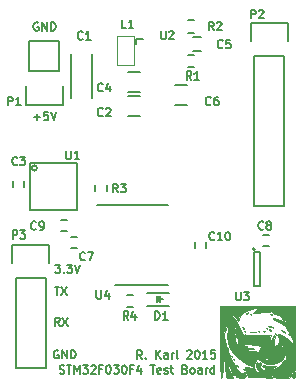
<source format=gto>
G04 #@! TF.FileFunction,Legend,Top*
%FSLAX46Y46*%
G04 Gerber Fmt 4.6, Leading zero omitted, Abs format (unit mm)*
G04 Created by KiCad (PCBNEW (after 2015-mar-04 BZR unknown)-product) date Thu 19 Nov 2015 08:04:08 PM EST*
%MOMM*%
G01*
G04 APERTURE LIST*
%ADD10C,0.100000*%
%ADD11C,0.150000*%
%ADD12C,0.002540*%
G04 APERTURE END LIST*
D10*
D11*
X138467667Y-86930667D02*
X138234333Y-86597333D01*
X138067667Y-86930667D02*
X138067667Y-86230667D01*
X138334333Y-86230667D01*
X138401000Y-86264000D01*
X138434333Y-86297333D01*
X138467667Y-86364000D01*
X138467667Y-86464000D01*
X138434333Y-86530667D01*
X138401000Y-86564000D01*
X138334333Y-86597333D01*
X138067667Y-86597333D01*
X138767667Y-86864000D02*
X138801000Y-86897333D01*
X138767667Y-86930667D01*
X138734333Y-86897333D01*
X138767667Y-86864000D01*
X138767667Y-86930667D01*
X139634333Y-86930667D02*
X139634333Y-86230667D01*
X140034333Y-86930667D02*
X139734333Y-86530667D01*
X140034333Y-86230667D02*
X139634333Y-86630667D01*
X140634333Y-86930667D02*
X140634333Y-86564000D01*
X140600999Y-86497333D01*
X140534333Y-86464000D01*
X140400999Y-86464000D01*
X140334333Y-86497333D01*
X140634333Y-86897333D02*
X140567666Y-86930667D01*
X140400999Y-86930667D01*
X140334333Y-86897333D01*
X140300999Y-86830667D01*
X140300999Y-86764000D01*
X140334333Y-86697333D01*
X140400999Y-86664000D01*
X140567666Y-86664000D01*
X140634333Y-86630667D01*
X140967666Y-86930667D02*
X140967666Y-86464000D01*
X140967666Y-86597333D02*
X141000999Y-86530667D01*
X141034332Y-86497333D01*
X141100999Y-86464000D01*
X141167666Y-86464000D01*
X141500999Y-86930667D02*
X141434332Y-86897333D01*
X141400999Y-86830667D01*
X141400999Y-86230667D01*
X142267665Y-86297333D02*
X142300999Y-86264000D01*
X142367665Y-86230667D01*
X142534332Y-86230667D01*
X142600999Y-86264000D01*
X142634332Y-86297333D01*
X142667665Y-86364000D01*
X142667665Y-86430667D01*
X142634332Y-86530667D01*
X142234332Y-86930667D01*
X142667665Y-86930667D01*
X143100999Y-86230667D02*
X143167666Y-86230667D01*
X143234332Y-86264000D01*
X143267666Y-86297333D01*
X143300999Y-86364000D01*
X143334332Y-86497333D01*
X143334332Y-86664000D01*
X143300999Y-86797333D01*
X143267666Y-86864000D01*
X143234332Y-86897333D01*
X143167666Y-86930667D01*
X143100999Y-86930667D01*
X143034332Y-86897333D01*
X143000999Y-86864000D01*
X142967666Y-86797333D01*
X142934332Y-86664000D01*
X142934332Y-86497333D01*
X142967666Y-86364000D01*
X143000999Y-86297333D01*
X143034332Y-86264000D01*
X143100999Y-86230667D01*
X144000999Y-86930667D02*
X143600999Y-86930667D01*
X143800999Y-86930667D02*
X143800999Y-86230667D01*
X143734333Y-86330667D01*
X143667666Y-86397333D01*
X143600999Y-86430667D01*
X144634333Y-86230667D02*
X144301000Y-86230667D01*
X144267666Y-86564000D01*
X144301000Y-86530667D01*
X144367666Y-86497333D01*
X144534333Y-86497333D01*
X144601000Y-86530667D01*
X144634333Y-86564000D01*
X144667666Y-86630667D01*
X144667666Y-86797333D01*
X144634333Y-86864000D01*
X144601000Y-86897333D01*
X144534333Y-86930667D01*
X144367666Y-86930667D01*
X144301000Y-86897333D01*
X144267666Y-86864000D01*
X131482333Y-88167333D02*
X131582333Y-88200667D01*
X131749000Y-88200667D01*
X131815667Y-88167333D01*
X131849000Y-88134000D01*
X131882333Y-88067333D01*
X131882333Y-88000667D01*
X131849000Y-87934000D01*
X131815667Y-87900667D01*
X131749000Y-87867333D01*
X131615667Y-87834000D01*
X131549000Y-87800667D01*
X131515667Y-87767333D01*
X131482333Y-87700667D01*
X131482333Y-87634000D01*
X131515667Y-87567333D01*
X131549000Y-87534000D01*
X131615667Y-87500667D01*
X131782333Y-87500667D01*
X131882333Y-87534000D01*
X132082334Y-87500667D02*
X132482334Y-87500667D01*
X132282334Y-88200667D02*
X132282334Y-87500667D01*
X132715667Y-88200667D02*
X132715667Y-87500667D01*
X132949000Y-88000667D01*
X133182333Y-87500667D01*
X133182333Y-88200667D01*
X133449000Y-87500667D02*
X133882333Y-87500667D01*
X133649000Y-87767333D01*
X133749000Y-87767333D01*
X133815667Y-87800667D01*
X133849000Y-87834000D01*
X133882333Y-87900667D01*
X133882333Y-88067333D01*
X133849000Y-88134000D01*
X133815667Y-88167333D01*
X133749000Y-88200667D01*
X133549000Y-88200667D01*
X133482333Y-88167333D01*
X133449000Y-88134000D01*
X134149000Y-87567333D02*
X134182334Y-87534000D01*
X134249000Y-87500667D01*
X134415667Y-87500667D01*
X134482334Y-87534000D01*
X134515667Y-87567333D01*
X134549000Y-87634000D01*
X134549000Y-87700667D01*
X134515667Y-87800667D01*
X134115667Y-88200667D01*
X134549000Y-88200667D01*
X135082334Y-87834000D02*
X134849001Y-87834000D01*
X134849001Y-88200667D02*
X134849001Y-87500667D01*
X135182334Y-87500667D01*
X135582334Y-87500667D02*
X135649001Y-87500667D01*
X135715667Y-87534000D01*
X135749001Y-87567333D01*
X135782334Y-87634000D01*
X135815667Y-87767333D01*
X135815667Y-87934000D01*
X135782334Y-88067333D01*
X135749001Y-88134000D01*
X135715667Y-88167333D01*
X135649001Y-88200667D01*
X135582334Y-88200667D01*
X135515667Y-88167333D01*
X135482334Y-88134000D01*
X135449001Y-88067333D01*
X135415667Y-87934000D01*
X135415667Y-87767333D01*
X135449001Y-87634000D01*
X135482334Y-87567333D01*
X135515667Y-87534000D01*
X135582334Y-87500667D01*
X136049001Y-87500667D02*
X136482334Y-87500667D01*
X136249001Y-87767333D01*
X136349001Y-87767333D01*
X136415668Y-87800667D01*
X136449001Y-87834000D01*
X136482334Y-87900667D01*
X136482334Y-88067333D01*
X136449001Y-88134000D01*
X136415668Y-88167333D01*
X136349001Y-88200667D01*
X136149001Y-88200667D01*
X136082334Y-88167333D01*
X136049001Y-88134000D01*
X136915668Y-87500667D02*
X136982335Y-87500667D01*
X137049001Y-87534000D01*
X137082335Y-87567333D01*
X137115668Y-87634000D01*
X137149001Y-87767333D01*
X137149001Y-87934000D01*
X137115668Y-88067333D01*
X137082335Y-88134000D01*
X137049001Y-88167333D01*
X136982335Y-88200667D01*
X136915668Y-88200667D01*
X136849001Y-88167333D01*
X136815668Y-88134000D01*
X136782335Y-88067333D01*
X136749001Y-87934000D01*
X136749001Y-87767333D01*
X136782335Y-87634000D01*
X136815668Y-87567333D01*
X136849001Y-87534000D01*
X136915668Y-87500667D01*
X137682335Y-87834000D02*
X137449002Y-87834000D01*
X137449002Y-88200667D02*
X137449002Y-87500667D01*
X137782335Y-87500667D01*
X138349002Y-87734000D02*
X138349002Y-88200667D01*
X138182335Y-87467333D02*
X138015668Y-87967333D01*
X138449002Y-87967333D01*
X139149002Y-87500667D02*
X139549002Y-87500667D01*
X139349002Y-88200667D02*
X139349002Y-87500667D01*
X140049001Y-88167333D02*
X139982335Y-88200667D01*
X139849001Y-88200667D01*
X139782335Y-88167333D01*
X139749001Y-88100667D01*
X139749001Y-87834000D01*
X139782335Y-87767333D01*
X139849001Y-87734000D01*
X139982335Y-87734000D01*
X140049001Y-87767333D01*
X140082335Y-87834000D01*
X140082335Y-87900667D01*
X139749001Y-87967333D01*
X140349001Y-88167333D02*
X140415668Y-88200667D01*
X140549001Y-88200667D01*
X140615668Y-88167333D01*
X140649001Y-88100667D01*
X140649001Y-88067333D01*
X140615668Y-88000667D01*
X140549001Y-87967333D01*
X140449001Y-87967333D01*
X140382335Y-87934000D01*
X140349001Y-87867333D01*
X140349001Y-87834000D01*
X140382335Y-87767333D01*
X140449001Y-87734000D01*
X140549001Y-87734000D01*
X140615668Y-87767333D01*
X140849002Y-87734000D02*
X141115668Y-87734000D01*
X140949002Y-87500667D02*
X140949002Y-88100667D01*
X140982335Y-88167333D01*
X141049002Y-88200667D01*
X141115668Y-88200667D01*
X142115668Y-87834000D02*
X142215668Y-87867333D01*
X142249001Y-87900667D01*
X142282335Y-87967333D01*
X142282335Y-88067333D01*
X142249001Y-88134000D01*
X142215668Y-88167333D01*
X142149001Y-88200667D01*
X141882335Y-88200667D01*
X141882335Y-87500667D01*
X142115668Y-87500667D01*
X142182335Y-87534000D01*
X142215668Y-87567333D01*
X142249001Y-87634000D01*
X142249001Y-87700667D01*
X142215668Y-87767333D01*
X142182335Y-87800667D01*
X142115668Y-87834000D01*
X141882335Y-87834000D01*
X142682335Y-88200667D02*
X142615668Y-88167333D01*
X142582335Y-88134000D01*
X142549001Y-88067333D01*
X142549001Y-87867333D01*
X142582335Y-87800667D01*
X142615668Y-87767333D01*
X142682335Y-87734000D01*
X142782335Y-87734000D01*
X142849001Y-87767333D01*
X142882335Y-87800667D01*
X142915668Y-87867333D01*
X142915668Y-88067333D01*
X142882335Y-88134000D01*
X142849001Y-88167333D01*
X142782335Y-88200667D01*
X142682335Y-88200667D01*
X143515668Y-88200667D02*
X143515668Y-87834000D01*
X143482334Y-87767333D01*
X143415668Y-87734000D01*
X143282334Y-87734000D01*
X143215668Y-87767333D01*
X143515668Y-88167333D02*
X143449001Y-88200667D01*
X143282334Y-88200667D01*
X143215668Y-88167333D01*
X143182334Y-88100667D01*
X143182334Y-88034000D01*
X143215668Y-87967333D01*
X143282334Y-87934000D01*
X143449001Y-87934000D01*
X143515668Y-87900667D01*
X143849001Y-88200667D02*
X143849001Y-87734000D01*
X143849001Y-87867333D02*
X143882334Y-87800667D01*
X143915667Y-87767333D01*
X143982334Y-87734000D01*
X144049001Y-87734000D01*
X144582334Y-88200667D02*
X144582334Y-87500667D01*
X144582334Y-88167333D02*
X144515667Y-88200667D01*
X144382334Y-88200667D01*
X144315667Y-88167333D01*
X144282334Y-88134000D01*
X144249000Y-88067333D01*
X144249000Y-87867333D01*
X144282334Y-87800667D01*
X144315667Y-87767333D01*
X144382334Y-87734000D01*
X144515667Y-87734000D01*
X144582334Y-87767333D01*
X129666667Y-58500000D02*
X129600001Y-58466667D01*
X129500001Y-58466667D01*
X129400001Y-58500000D01*
X129333334Y-58566667D01*
X129300001Y-58633333D01*
X129266667Y-58766667D01*
X129266667Y-58866667D01*
X129300001Y-59000000D01*
X129333334Y-59066667D01*
X129400001Y-59133333D01*
X129500001Y-59166667D01*
X129566667Y-59166667D01*
X129666667Y-59133333D01*
X129700001Y-59100000D01*
X129700001Y-58866667D01*
X129566667Y-58866667D01*
X130000001Y-59166667D02*
X130000001Y-58466667D01*
X130400001Y-59166667D01*
X130400001Y-58466667D01*
X130733334Y-59166667D02*
X130733334Y-58466667D01*
X130900000Y-58466667D01*
X131000000Y-58500000D01*
X131066667Y-58566667D01*
X131100000Y-58633333D01*
X131133334Y-58766667D01*
X131133334Y-58866667D01*
X131100000Y-59000000D01*
X131066667Y-59066667D01*
X131000000Y-59133333D01*
X130900000Y-59166667D01*
X130733334Y-59166667D01*
X129300000Y-66500000D02*
X129833333Y-66500000D01*
X129566666Y-66766667D02*
X129566666Y-66233333D01*
X130500000Y-66066667D02*
X130166667Y-66066667D01*
X130133333Y-66400000D01*
X130166667Y-66366667D01*
X130233333Y-66333333D01*
X130400000Y-66333333D01*
X130466667Y-66366667D01*
X130500000Y-66400000D01*
X130533333Y-66466667D01*
X130533333Y-66633333D01*
X130500000Y-66700000D01*
X130466667Y-66733333D01*
X130400000Y-66766667D01*
X130233333Y-66766667D01*
X130166667Y-66733333D01*
X130133333Y-66700000D01*
X130733334Y-66066667D02*
X130966667Y-66766667D01*
X131200000Y-66066667D01*
X131366667Y-86250000D02*
X131300001Y-86216667D01*
X131200001Y-86216667D01*
X131100001Y-86250000D01*
X131033334Y-86316667D01*
X131000001Y-86383333D01*
X130966667Y-86516667D01*
X130966667Y-86616667D01*
X131000001Y-86750000D01*
X131033334Y-86816667D01*
X131100001Y-86883333D01*
X131200001Y-86916667D01*
X131266667Y-86916667D01*
X131366667Y-86883333D01*
X131400001Y-86850000D01*
X131400001Y-86616667D01*
X131266667Y-86616667D01*
X131700001Y-86916667D02*
X131700001Y-86216667D01*
X132100001Y-86916667D01*
X132100001Y-86216667D01*
X132433334Y-86916667D02*
X132433334Y-86216667D01*
X132600000Y-86216667D01*
X132700000Y-86250000D01*
X132766667Y-86316667D01*
X132800000Y-86383333D01*
X132833334Y-86516667D01*
X132833334Y-86616667D01*
X132800000Y-86750000D01*
X132766667Y-86816667D01*
X132700000Y-86883333D01*
X132600000Y-86916667D01*
X132433334Y-86916667D01*
X131116667Y-78966667D02*
X131550000Y-78966667D01*
X131316667Y-79233333D01*
X131416667Y-79233333D01*
X131483334Y-79266667D01*
X131516667Y-79300000D01*
X131550000Y-79366667D01*
X131550000Y-79533333D01*
X131516667Y-79600000D01*
X131483334Y-79633333D01*
X131416667Y-79666667D01*
X131216667Y-79666667D01*
X131150000Y-79633333D01*
X131116667Y-79600000D01*
X131850001Y-79600000D02*
X131883334Y-79633333D01*
X131850001Y-79666667D01*
X131816667Y-79633333D01*
X131850001Y-79600000D01*
X131850001Y-79666667D01*
X132116667Y-78966667D02*
X132550000Y-78966667D01*
X132316667Y-79233333D01*
X132416667Y-79233333D01*
X132483334Y-79266667D01*
X132516667Y-79300000D01*
X132550000Y-79366667D01*
X132550000Y-79533333D01*
X132516667Y-79600000D01*
X132483334Y-79633333D01*
X132416667Y-79666667D01*
X132216667Y-79666667D01*
X132150000Y-79633333D01*
X132116667Y-79600000D01*
X132750001Y-78966667D02*
X132983334Y-79666667D01*
X133216667Y-78966667D01*
X131483334Y-84166667D02*
X131250000Y-83833333D01*
X131083334Y-84166667D02*
X131083334Y-83466667D01*
X131350000Y-83466667D01*
X131416667Y-83500000D01*
X131450000Y-83533333D01*
X131483334Y-83600000D01*
X131483334Y-83700000D01*
X131450000Y-83766667D01*
X131416667Y-83800000D01*
X131350000Y-83833333D01*
X131083334Y-83833333D01*
X131716667Y-83466667D02*
X132183334Y-84166667D01*
X132183334Y-83466667D02*
X131716667Y-84166667D01*
X131066667Y-80866667D02*
X131466667Y-80866667D01*
X131266667Y-81566667D02*
X131266667Y-80866667D01*
X131633333Y-80866667D02*
X132100000Y-81566667D01*
X132100000Y-80866667D02*
X131633333Y-81566667D01*
X134250000Y-61138000D02*
X134250000Y-64838000D01*
X132450000Y-61138000D02*
X132450000Y-64838000D01*
X138295000Y-64682000D02*
X137295000Y-64682000D01*
X137295000Y-66382000D02*
X138295000Y-66382000D01*
X128491000Y-72386000D02*
X128491000Y-71886000D01*
X127541000Y-71886000D02*
X127541000Y-72386000D01*
X138295000Y-62650000D02*
X137295000Y-62650000D01*
X137295000Y-64350000D02*
X138295000Y-64350000D01*
X143479000Y-60925000D02*
X142779000Y-60925000D01*
X142779000Y-59725000D02*
X143479000Y-59725000D01*
X141232000Y-65493000D02*
X142232000Y-65493000D01*
X142232000Y-63793000D02*
X141232000Y-63793000D01*
X132465000Y-77564000D02*
X132965000Y-77564000D01*
X132965000Y-76614000D02*
X132465000Y-76614000D01*
X148721000Y-77437000D02*
X149221000Y-77437000D01*
X149221000Y-76487000D02*
X148721000Y-76487000D01*
X131576000Y-76167000D02*
X132076000Y-76167000D01*
X132076000Y-75217000D02*
X131576000Y-75217000D01*
X143858000Y-77593000D02*
X143858000Y-77093000D01*
X142908000Y-77093000D02*
X142908000Y-77593000D01*
X138854000Y-82465000D02*
X140754000Y-82465000D01*
X138854000Y-81365000D02*
X140754000Y-81365000D01*
X139754000Y-81915000D02*
X140204000Y-81915000D01*
X139704000Y-81665000D02*
X139704000Y-82165000D01*
X139704000Y-81915000D02*
X139954000Y-81665000D01*
X139954000Y-81665000D02*
X139954000Y-82165000D01*
X139954000Y-82165000D02*
X139704000Y-81915000D01*
D10*
X137768000Y-62033000D02*
X137768000Y-59633000D01*
X137768000Y-59633000D02*
X136298000Y-59633000D01*
X136298000Y-59633000D02*
X136298000Y-62033000D01*
X136298000Y-62033000D02*
X137768000Y-62033000D01*
D11*
X128905000Y-62611000D02*
X128905000Y-60071000D01*
X128625000Y-65431000D02*
X128625000Y-63881000D01*
X128905000Y-62611000D02*
X131445000Y-62611000D01*
X131725000Y-63881000D02*
X131725000Y-65431000D01*
X131725000Y-65431000D02*
X128625000Y-65431000D01*
X131445000Y-62611000D02*
X131445000Y-60071000D01*
X131445000Y-60071000D02*
X128905000Y-60071000D01*
X150495000Y-61341000D02*
X150495000Y-74041000D01*
X150495000Y-74041000D02*
X147955000Y-74041000D01*
X147955000Y-74041000D02*
X147955000Y-61341000D01*
X150775000Y-58521000D02*
X150775000Y-60071000D01*
X150495000Y-61341000D02*
X147955000Y-61341000D01*
X147675000Y-60071000D02*
X147675000Y-58521000D01*
X147675000Y-58521000D02*
X150775000Y-58521000D01*
X127762000Y-80137000D02*
X127762000Y-87757000D01*
X130302000Y-80137000D02*
X130302000Y-87757000D01*
X130582000Y-77317000D02*
X130582000Y-78867000D01*
X127762000Y-87757000D02*
X130302000Y-87757000D01*
X130302000Y-80137000D02*
X127762000Y-80137000D01*
X127482000Y-78867000D02*
X127482000Y-77317000D01*
X127482000Y-77317000D02*
X130582000Y-77317000D01*
X142871000Y-61197000D02*
X142371000Y-61197000D01*
X142371000Y-62247000D02*
X142871000Y-62247000D01*
X142371000Y-59326000D02*
X142871000Y-59326000D01*
X142871000Y-58276000D02*
X142371000Y-58276000D01*
X134476000Y-72267000D02*
X134476000Y-72767000D01*
X135526000Y-72767000D02*
X135526000Y-72267000D01*
X137164000Y-82567000D02*
X137664000Y-82567000D01*
X137664000Y-81517000D02*
X137164000Y-81517000D01*
X129560607Y-70790000D02*
G75*
G03X129560607Y-70790000I-223607J0D01*
G01*
X132937000Y-70390000D02*
X128937000Y-70390000D01*
X128937000Y-70390000D02*
X128937000Y-74390000D01*
X128937000Y-74390000D02*
X132937000Y-74390000D01*
X132937000Y-74390000D02*
X132937000Y-70390000D01*
X138539220Y-59883040D02*
X137929620Y-59883040D01*
X137929620Y-59883040D02*
X137919460Y-60314840D01*
X148009000Y-77675000D02*
G75*
G03X148009000Y-77675000I-100000J0D01*
G01*
X148459000Y-77925000D02*
X147959000Y-77925000D01*
X148459000Y-80825000D02*
X148459000Y-77925000D01*
X147959000Y-80825000D02*
X148459000Y-80825000D01*
X147959000Y-77925000D02*
X147959000Y-80825000D01*
X136205000Y-80718000D02*
X140655000Y-80718000D01*
X134680000Y-73968000D02*
X140655000Y-73968000D01*
D12*
G36*
X151418180Y-87887600D02*
X151156560Y-88217800D01*
X150894940Y-88548000D01*
X150224380Y-88548000D01*
X149911960Y-88537840D01*
X149675740Y-88517520D01*
X149561440Y-88487040D01*
X149553820Y-88479420D01*
X149508100Y-88365120D01*
X149426820Y-88245740D01*
X149386180Y-88194940D01*
X149386180Y-87996820D01*
X149343000Y-87953640D01*
X149299820Y-87996820D01*
X149343000Y-88040000D01*
X149386180Y-87996820D01*
X149386180Y-88194940D01*
X149343000Y-88144140D01*
X149335380Y-88174620D01*
X149383640Y-88316860D01*
X149467460Y-88553080D01*
X148446380Y-88527680D01*
X147425300Y-88504820D01*
X147265280Y-88052700D01*
X147181460Y-87798700D01*
X147158600Y-87669160D01*
X147194160Y-87638680D01*
X147237340Y-87648840D01*
X147410060Y-87684400D01*
X147646280Y-87699640D01*
X147651360Y-87699640D01*
X147874880Y-87732660D01*
X147981560Y-87849500D01*
X147986640Y-87864740D01*
X148113640Y-88040000D01*
X148311760Y-88090800D01*
X148525120Y-88004440D01*
X148553060Y-87984120D01*
X148708000Y-87887600D01*
X148928980Y-87849500D01*
X149203300Y-87852040D01*
X149645260Y-87819020D01*
X150000860Y-87684400D01*
X150247240Y-87455800D01*
X150310740Y-87331340D01*
X150419960Y-87156080D01*
X150521560Y-87079880D01*
X150628240Y-86960500D01*
X150646020Y-86757300D01*
X150574900Y-86533780D01*
X150531720Y-86467740D01*
X150430120Y-86249300D01*
X150402180Y-86091820D01*
X150366620Y-85873380D01*
X150310740Y-85754000D01*
X150265020Y-85715900D01*
X150262480Y-85827660D01*
X150282800Y-85964820D01*
X150313280Y-86173100D01*
X150292960Y-86246760D01*
X150219300Y-86218820D01*
X150186280Y-86206120D01*
X150267560Y-86284860D01*
X150290420Y-86305180D01*
X150465680Y-86541400D01*
X150473300Y-86782700D01*
X150381860Y-86922400D01*
X150381860Y-86554100D01*
X150371700Y-86543940D01*
X150323440Y-86554100D01*
X150315820Y-86599820D01*
X150346300Y-86668400D01*
X150371700Y-86655700D01*
X150381860Y-86554100D01*
X150381860Y-86922400D01*
X150315820Y-87024000D01*
X150132940Y-87168780D01*
X149805280Y-87323720D01*
X149439520Y-87399920D01*
X149216000Y-87397380D01*
X149216000Y-87234820D01*
X149216000Y-86942720D01*
X149144880Y-86869060D01*
X149045820Y-86853820D01*
X148898500Y-86897000D01*
X148895960Y-87003680D01*
X148939140Y-87057020D01*
X149015340Y-87057020D01*
X149030580Y-87026540D01*
X149109320Y-86973200D01*
X149137260Y-86985900D01*
X149210920Y-86970660D01*
X149216000Y-86942720D01*
X149216000Y-87234820D01*
X149172820Y-87191640D01*
X149132180Y-87234820D01*
X149172820Y-87278000D01*
X149216000Y-87234820D01*
X149216000Y-87397380D01*
X149086460Y-87397380D01*
X148807060Y-87311020D01*
X148733400Y-87257680D01*
X148553060Y-87138300D01*
X148553060Y-85964820D01*
X148550520Y-85881000D01*
X148448920Y-85835280D01*
X148426060Y-85830200D01*
X148187300Y-85779400D01*
X147897740Y-85741300D01*
X147595480Y-85713360D01*
X147326240Y-85703200D01*
X147130660Y-85710820D01*
X147051920Y-85738760D01*
X147051920Y-85746380D01*
X147178920Y-85830200D01*
X147227180Y-85837820D01*
X147311000Y-85893700D01*
X147305920Y-85944500D01*
X147326240Y-86013080D01*
X147471020Y-86030860D01*
X147605640Y-86020700D01*
X147849480Y-86020700D01*
X147943460Y-86079120D01*
X147946000Y-86091820D01*
X147874880Y-86160400D01*
X147704700Y-86150240D01*
X147519280Y-86140080D01*
X147465940Y-86211200D01*
X147529440Y-86287400D01*
X147605640Y-86284860D01*
X147780900Y-86282320D01*
X148017120Y-86320420D01*
X148037440Y-86325500D01*
X148238100Y-86363600D01*
X148357480Y-86312800D01*
X148466700Y-86142620D01*
X148466700Y-86140080D01*
X148553060Y-85964820D01*
X148553060Y-87138300D01*
X148464160Y-87082420D01*
X148182220Y-87003680D01*
X147989180Y-87029080D01*
X147869800Y-87079880D01*
X147907900Y-87097660D01*
X147984100Y-87100200D01*
X148093320Y-87125600D01*
X148050140Y-87206880D01*
X148047600Y-87209420D01*
X147958700Y-87379600D01*
X147946000Y-87463420D01*
X147928220Y-87590420D01*
X147905360Y-87615820D01*
X147763120Y-87577720D01*
X147539600Y-87478660D01*
X147285600Y-87349120D01*
X147059540Y-87217040D01*
X146907140Y-87107820D01*
X146876660Y-87069720D01*
X146780140Y-86955420D01*
X146726800Y-86937640D01*
X146589640Y-86871600D01*
X146571860Y-86853820D01*
X146571860Y-85296800D01*
X146566780Y-84847220D01*
X146518520Y-84506860D01*
X146432160Y-84293500D01*
X146328020Y-84230000D01*
X146274680Y-84288420D01*
X146259440Y-84476380D01*
X146279760Y-84758320D01*
X146317860Y-85050420D01*
X146371200Y-85360300D01*
X146432160Y-85637160D01*
X146488040Y-85840360D01*
X146531220Y-85921640D01*
X146541380Y-85845440D01*
X146556620Y-85639700D01*
X146569320Y-85347600D01*
X146571860Y-85296800D01*
X146571860Y-86853820D01*
X146396600Y-86701420D01*
X146183240Y-86465200D01*
X145980040Y-86203580D01*
X145825100Y-85952120D01*
X145781920Y-85855600D01*
X145698100Y-85500000D01*
X145672700Y-85052960D01*
X145698100Y-84567820D01*
X145774300Y-84095380D01*
X145891140Y-83691520D01*
X146023220Y-83432440D01*
X146086720Y-83368940D01*
X146152760Y-83379100D01*
X146249280Y-83483240D01*
X146391520Y-83701680D01*
X146503280Y-83887100D01*
X146696320Y-84237620D01*
X146861420Y-84598300D01*
X146970640Y-84900560D01*
X146978260Y-84933580D01*
X147039220Y-85167260D01*
X147072240Y-85248540D01*
X147087480Y-85190120D01*
X147092560Y-85093600D01*
X147107800Y-84910720D01*
X147163680Y-84862460D01*
X147262740Y-84903100D01*
X147425300Y-84941200D01*
X147727560Y-84958980D01*
X148139040Y-84961520D01*
X148403200Y-84953900D01*
X149378560Y-84918340D01*
X149327760Y-85164720D01*
X149307440Y-85357760D01*
X149343000Y-85398400D01*
X149436980Y-85284100D01*
X149558900Y-85068200D01*
X149688440Y-84837060D01*
X149757020Y-84765940D01*
X149769720Y-84854840D01*
X149724000Y-85103760D01*
X149721460Y-85119000D01*
X149668120Y-85398400D01*
X149642720Y-85649860D01*
X149640180Y-85680340D01*
X149652880Y-85835280D01*
X149729080Y-85858140D01*
X149851000Y-85807340D01*
X150000860Y-85695580D01*
X150056740Y-85512700D01*
X150061820Y-85411100D01*
X150033880Y-85179960D01*
X149970380Y-85017400D01*
X149960220Y-85007240D01*
X149901800Y-84915800D01*
X149917040Y-84895480D01*
X150094840Y-84880240D01*
X150265020Y-84920880D01*
X150491080Y-85032640D01*
X150569820Y-85078360D01*
X150811120Y-85240920D01*
X150991460Y-85411100D01*
X151044800Y-85484760D01*
X151159100Y-85680340D01*
X151220060Y-85715900D01*
X151232760Y-85588900D01*
X151212440Y-85413640D01*
X151085440Y-84979300D01*
X150859380Y-84557660D01*
X150564740Y-84186820D01*
X150232000Y-83909960D01*
X149899260Y-83765180D01*
X149683360Y-83686440D01*
X149566520Y-83587380D01*
X149576680Y-83501020D01*
X149670660Y-83511180D01*
X149868780Y-83577220D01*
X150107540Y-83676280D01*
X150364080Y-83782960D01*
X150552040Y-83849000D01*
X150628240Y-83861700D01*
X150630780Y-83760100D01*
X150567280Y-83628020D01*
X150478380Y-83551820D01*
X150470760Y-83551820D01*
X150432660Y-83605160D01*
X150450440Y-83648340D01*
X150460600Y-83706760D01*
X150412340Y-83686440D01*
X150351380Y-83584840D01*
X150361540Y-83546740D01*
X150328520Y-83462920D01*
X150191360Y-83343540D01*
X150005940Y-83226700D01*
X149820520Y-83145420D01*
X149729080Y-83127640D01*
X149579220Y-83076840D01*
X149439520Y-82980320D01*
X149386180Y-82939680D01*
X149386180Y-82662820D01*
X149340460Y-82548520D01*
X149302360Y-82535820D01*
X149256640Y-82596780D01*
X149269340Y-82662820D01*
X149330300Y-82774580D01*
X149350620Y-82789820D01*
X149381100Y-82721240D01*
X149386180Y-82662820D01*
X149386180Y-82939680D01*
X149337920Y-82904120D01*
X149330300Y-82932060D01*
X149322680Y-82995560D01*
X149180440Y-82998100D01*
X149101700Y-82987940D01*
X148847700Y-82977780D01*
X148527660Y-83008260D01*
X148367640Y-83036200D01*
X148113640Y-83084460D01*
X147940920Y-83107320D01*
X147892660Y-83102240D01*
X147923140Y-83028580D01*
X148034900Y-82888880D01*
X148039980Y-82883800D01*
X148161900Y-82728860D01*
X148151740Y-82655200D01*
X148001880Y-82652660D01*
X147783440Y-82693300D01*
X147397360Y-82825380D01*
X147062080Y-83018420D01*
X146815700Y-83249560D01*
X146703940Y-83470540D01*
X146642980Y-83643260D01*
X146569320Y-83722000D01*
X146513440Y-83683900D01*
X146503280Y-83615320D01*
X146439780Y-83493400D01*
X146292460Y-83358780D01*
X146150220Y-83264800D01*
X146058780Y-83277500D01*
X145959720Y-83412120D01*
X145926700Y-83462920D01*
X145817480Y-83696600D01*
X145708260Y-84009020D01*
X145660000Y-84186820D01*
X145586340Y-84438280D01*
X145517760Y-84608460D01*
X145477120Y-84651640D01*
X145408540Y-84585600D01*
X145406000Y-84552580D01*
X145375520Y-84494160D01*
X145355200Y-84504320D01*
X145347580Y-84608460D01*
X145378060Y-84829440D01*
X145436480Y-85126620D01*
X145512680Y-85451740D01*
X145599040Y-85761620D01*
X145682860Y-86013080D01*
X145698100Y-86053720D01*
X145764140Y-86249300D01*
X145776840Y-86366140D01*
X145771760Y-86373760D01*
X145781920Y-86472820D01*
X145865740Y-86676020D01*
X146000360Y-86945260D01*
X146170540Y-87244980D01*
X146350880Y-87539620D01*
X146521060Y-87793620D01*
X146660760Y-87968880D01*
X146693780Y-87999360D01*
X146874120Y-88131440D01*
X146993500Y-88154300D01*
X147082400Y-88103500D01*
X147171300Y-88050160D01*
X147156060Y-88095880D01*
X147150980Y-88217800D01*
X147181460Y-88248280D01*
X147260200Y-88372740D01*
X147267820Y-88423540D01*
X147196700Y-88504820D01*
X147016360Y-88548000D01*
X146787760Y-88553080D01*
X146569320Y-88522600D01*
X146419460Y-88454020D01*
X146388980Y-88413380D01*
X146307700Y-88324480D01*
X146261980Y-88329560D01*
X146190860Y-88283840D01*
X146086720Y-88116200D01*
X145987660Y-87905380D01*
X145880980Y-87671700D01*
X145799700Y-87537080D01*
X145761600Y-87521840D01*
X145776840Y-87643760D01*
X145853040Y-87862200D01*
X145944480Y-88080640D01*
X146157840Y-88548000D01*
X145870820Y-88548000D01*
X145693020Y-88535300D01*
X145599040Y-88469260D01*
X145550780Y-88301620D01*
X145530460Y-88174620D01*
X145502520Y-87864740D01*
X145497440Y-87498980D01*
X145502520Y-87326260D01*
X145507600Y-87049400D01*
X145479660Y-86899540D01*
X145449180Y-86881760D01*
X145408540Y-86899540D01*
X145380600Y-86940180D01*
X145357740Y-87039240D01*
X145334880Y-87217040D01*
X145306940Y-87511680D01*
X145276460Y-87890140D01*
X145240900Y-88200020D01*
X145197720Y-88431160D01*
X145154540Y-88542920D01*
X145144380Y-88548000D01*
X145124060Y-88464180D01*
X145108820Y-88227960D01*
X145093580Y-87852040D01*
X145080880Y-87349120D01*
X145073260Y-86739520D01*
X145068180Y-86030860D01*
X145068180Y-85500000D01*
X145068180Y-82452000D01*
X148243180Y-82452000D01*
X151418180Y-82452000D01*
X151418180Y-85169800D01*
X151418180Y-87887600D01*
X151418180Y-87887600D01*
X151418180Y-87887600D01*
G37*
X151418180Y-87887600D02*
X151156560Y-88217800D01*
X150894940Y-88548000D01*
X150224380Y-88548000D01*
X149911960Y-88537840D01*
X149675740Y-88517520D01*
X149561440Y-88487040D01*
X149553820Y-88479420D01*
X149508100Y-88365120D01*
X149426820Y-88245740D01*
X149386180Y-88194940D01*
X149386180Y-87996820D01*
X149343000Y-87953640D01*
X149299820Y-87996820D01*
X149343000Y-88040000D01*
X149386180Y-87996820D01*
X149386180Y-88194940D01*
X149343000Y-88144140D01*
X149335380Y-88174620D01*
X149383640Y-88316860D01*
X149467460Y-88553080D01*
X148446380Y-88527680D01*
X147425300Y-88504820D01*
X147265280Y-88052700D01*
X147181460Y-87798700D01*
X147158600Y-87669160D01*
X147194160Y-87638680D01*
X147237340Y-87648840D01*
X147410060Y-87684400D01*
X147646280Y-87699640D01*
X147651360Y-87699640D01*
X147874880Y-87732660D01*
X147981560Y-87849500D01*
X147986640Y-87864740D01*
X148113640Y-88040000D01*
X148311760Y-88090800D01*
X148525120Y-88004440D01*
X148553060Y-87984120D01*
X148708000Y-87887600D01*
X148928980Y-87849500D01*
X149203300Y-87852040D01*
X149645260Y-87819020D01*
X150000860Y-87684400D01*
X150247240Y-87455800D01*
X150310740Y-87331340D01*
X150419960Y-87156080D01*
X150521560Y-87079880D01*
X150628240Y-86960500D01*
X150646020Y-86757300D01*
X150574900Y-86533780D01*
X150531720Y-86467740D01*
X150430120Y-86249300D01*
X150402180Y-86091820D01*
X150366620Y-85873380D01*
X150310740Y-85754000D01*
X150265020Y-85715900D01*
X150262480Y-85827660D01*
X150282800Y-85964820D01*
X150313280Y-86173100D01*
X150292960Y-86246760D01*
X150219300Y-86218820D01*
X150186280Y-86206120D01*
X150267560Y-86284860D01*
X150290420Y-86305180D01*
X150465680Y-86541400D01*
X150473300Y-86782700D01*
X150381860Y-86922400D01*
X150381860Y-86554100D01*
X150371700Y-86543940D01*
X150323440Y-86554100D01*
X150315820Y-86599820D01*
X150346300Y-86668400D01*
X150371700Y-86655700D01*
X150381860Y-86554100D01*
X150381860Y-86922400D01*
X150315820Y-87024000D01*
X150132940Y-87168780D01*
X149805280Y-87323720D01*
X149439520Y-87399920D01*
X149216000Y-87397380D01*
X149216000Y-87234820D01*
X149216000Y-86942720D01*
X149144880Y-86869060D01*
X149045820Y-86853820D01*
X148898500Y-86897000D01*
X148895960Y-87003680D01*
X148939140Y-87057020D01*
X149015340Y-87057020D01*
X149030580Y-87026540D01*
X149109320Y-86973200D01*
X149137260Y-86985900D01*
X149210920Y-86970660D01*
X149216000Y-86942720D01*
X149216000Y-87234820D01*
X149172820Y-87191640D01*
X149132180Y-87234820D01*
X149172820Y-87278000D01*
X149216000Y-87234820D01*
X149216000Y-87397380D01*
X149086460Y-87397380D01*
X148807060Y-87311020D01*
X148733400Y-87257680D01*
X148553060Y-87138300D01*
X148553060Y-85964820D01*
X148550520Y-85881000D01*
X148448920Y-85835280D01*
X148426060Y-85830200D01*
X148187300Y-85779400D01*
X147897740Y-85741300D01*
X147595480Y-85713360D01*
X147326240Y-85703200D01*
X147130660Y-85710820D01*
X147051920Y-85738760D01*
X147051920Y-85746380D01*
X147178920Y-85830200D01*
X147227180Y-85837820D01*
X147311000Y-85893700D01*
X147305920Y-85944500D01*
X147326240Y-86013080D01*
X147471020Y-86030860D01*
X147605640Y-86020700D01*
X147849480Y-86020700D01*
X147943460Y-86079120D01*
X147946000Y-86091820D01*
X147874880Y-86160400D01*
X147704700Y-86150240D01*
X147519280Y-86140080D01*
X147465940Y-86211200D01*
X147529440Y-86287400D01*
X147605640Y-86284860D01*
X147780900Y-86282320D01*
X148017120Y-86320420D01*
X148037440Y-86325500D01*
X148238100Y-86363600D01*
X148357480Y-86312800D01*
X148466700Y-86142620D01*
X148466700Y-86140080D01*
X148553060Y-85964820D01*
X148553060Y-87138300D01*
X148464160Y-87082420D01*
X148182220Y-87003680D01*
X147989180Y-87029080D01*
X147869800Y-87079880D01*
X147907900Y-87097660D01*
X147984100Y-87100200D01*
X148093320Y-87125600D01*
X148050140Y-87206880D01*
X148047600Y-87209420D01*
X147958700Y-87379600D01*
X147946000Y-87463420D01*
X147928220Y-87590420D01*
X147905360Y-87615820D01*
X147763120Y-87577720D01*
X147539600Y-87478660D01*
X147285600Y-87349120D01*
X147059540Y-87217040D01*
X146907140Y-87107820D01*
X146876660Y-87069720D01*
X146780140Y-86955420D01*
X146726800Y-86937640D01*
X146589640Y-86871600D01*
X146571860Y-86853820D01*
X146571860Y-85296800D01*
X146566780Y-84847220D01*
X146518520Y-84506860D01*
X146432160Y-84293500D01*
X146328020Y-84230000D01*
X146274680Y-84288420D01*
X146259440Y-84476380D01*
X146279760Y-84758320D01*
X146317860Y-85050420D01*
X146371200Y-85360300D01*
X146432160Y-85637160D01*
X146488040Y-85840360D01*
X146531220Y-85921640D01*
X146541380Y-85845440D01*
X146556620Y-85639700D01*
X146569320Y-85347600D01*
X146571860Y-85296800D01*
X146571860Y-86853820D01*
X146396600Y-86701420D01*
X146183240Y-86465200D01*
X145980040Y-86203580D01*
X145825100Y-85952120D01*
X145781920Y-85855600D01*
X145698100Y-85500000D01*
X145672700Y-85052960D01*
X145698100Y-84567820D01*
X145774300Y-84095380D01*
X145891140Y-83691520D01*
X146023220Y-83432440D01*
X146086720Y-83368940D01*
X146152760Y-83379100D01*
X146249280Y-83483240D01*
X146391520Y-83701680D01*
X146503280Y-83887100D01*
X146696320Y-84237620D01*
X146861420Y-84598300D01*
X146970640Y-84900560D01*
X146978260Y-84933580D01*
X147039220Y-85167260D01*
X147072240Y-85248540D01*
X147087480Y-85190120D01*
X147092560Y-85093600D01*
X147107800Y-84910720D01*
X147163680Y-84862460D01*
X147262740Y-84903100D01*
X147425300Y-84941200D01*
X147727560Y-84958980D01*
X148139040Y-84961520D01*
X148403200Y-84953900D01*
X149378560Y-84918340D01*
X149327760Y-85164720D01*
X149307440Y-85357760D01*
X149343000Y-85398400D01*
X149436980Y-85284100D01*
X149558900Y-85068200D01*
X149688440Y-84837060D01*
X149757020Y-84765940D01*
X149769720Y-84854840D01*
X149724000Y-85103760D01*
X149721460Y-85119000D01*
X149668120Y-85398400D01*
X149642720Y-85649860D01*
X149640180Y-85680340D01*
X149652880Y-85835280D01*
X149729080Y-85858140D01*
X149851000Y-85807340D01*
X150000860Y-85695580D01*
X150056740Y-85512700D01*
X150061820Y-85411100D01*
X150033880Y-85179960D01*
X149970380Y-85017400D01*
X149960220Y-85007240D01*
X149901800Y-84915800D01*
X149917040Y-84895480D01*
X150094840Y-84880240D01*
X150265020Y-84920880D01*
X150491080Y-85032640D01*
X150569820Y-85078360D01*
X150811120Y-85240920D01*
X150991460Y-85411100D01*
X151044800Y-85484760D01*
X151159100Y-85680340D01*
X151220060Y-85715900D01*
X151232760Y-85588900D01*
X151212440Y-85413640D01*
X151085440Y-84979300D01*
X150859380Y-84557660D01*
X150564740Y-84186820D01*
X150232000Y-83909960D01*
X149899260Y-83765180D01*
X149683360Y-83686440D01*
X149566520Y-83587380D01*
X149576680Y-83501020D01*
X149670660Y-83511180D01*
X149868780Y-83577220D01*
X150107540Y-83676280D01*
X150364080Y-83782960D01*
X150552040Y-83849000D01*
X150628240Y-83861700D01*
X150630780Y-83760100D01*
X150567280Y-83628020D01*
X150478380Y-83551820D01*
X150470760Y-83551820D01*
X150432660Y-83605160D01*
X150450440Y-83648340D01*
X150460600Y-83706760D01*
X150412340Y-83686440D01*
X150351380Y-83584840D01*
X150361540Y-83546740D01*
X150328520Y-83462920D01*
X150191360Y-83343540D01*
X150005940Y-83226700D01*
X149820520Y-83145420D01*
X149729080Y-83127640D01*
X149579220Y-83076840D01*
X149439520Y-82980320D01*
X149386180Y-82939680D01*
X149386180Y-82662820D01*
X149340460Y-82548520D01*
X149302360Y-82535820D01*
X149256640Y-82596780D01*
X149269340Y-82662820D01*
X149330300Y-82774580D01*
X149350620Y-82789820D01*
X149381100Y-82721240D01*
X149386180Y-82662820D01*
X149386180Y-82939680D01*
X149337920Y-82904120D01*
X149330300Y-82932060D01*
X149322680Y-82995560D01*
X149180440Y-82998100D01*
X149101700Y-82987940D01*
X148847700Y-82977780D01*
X148527660Y-83008260D01*
X148367640Y-83036200D01*
X148113640Y-83084460D01*
X147940920Y-83107320D01*
X147892660Y-83102240D01*
X147923140Y-83028580D01*
X148034900Y-82888880D01*
X148039980Y-82883800D01*
X148161900Y-82728860D01*
X148151740Y-82655200D01*
X148001880Y-82652660D01*
X147783440Y-82693300D01*
X147397360Y-82825380D01*
X147062080Y-83018420D01*
X146815700Y-83249560D01*
X146703940Y-83470540D01*
X146642980Y-83643260D01*
X146569320Y-83722000D01*
X146513440Y-83683900D01*
X146503280Y-83615320D01*
X146439780Y-83493400D01*
X146292460Y-83358780D01*
X146150220Y-83264800D01*
X146058780Y-83277500D01*
X145959720Y-83412120D01*
X145926700Y-83462920D01*
X145817480Y-83696600D01*
X145708260Y-84009020D01*
X145660000Y-84186820D01*
X145586340Y-84438280D01*
X145517760Y-84608460D01*
X145477120Y-84651640D01*
X145408540Y-84585600D01*
X145406000Y-84552580D01*
X145375520Y-84494160D01*
X145355200Y-84504320D01*
X145347580Y-84608460D01*
X145378060Y-84829440D01*
X145436480Y-85126620D01*
X145512680Y-85451740D01*
X145599040Y-85761620D01*
X145682860Y-86013080D01*
X145698100Y-86053720D01*
X145764140Y-86249300D01*
X145776840Y-86366140D01*
X145771760Y-86373760D01*
X145781920Y-86472820D01*
X145865740Y-86676020D01*
X146000360Y-86945260D01*
X146170540Y-87244980D01*
X146350880Y-87539620D01*
X146521060Y-87793620D01*
X146660760Y-87968880D01*
X146693780Y-87999360D01*
X146874120Y-88131440D01*
X146993500Y-88154300D01*
X147082400Y-88103500D01*
X147171300Y-88050160D01*
X147156060Y-88095880D01*
X147150980Y-88217800D01*
X147181460Y-88248280D01*
X147260200Y-88372740D01*
X147267820Y-88423540D01*
X147196700Y-88504820D01*
X147016360Y-88548000D01*
X146787760Y-88553080D01*
X146569320Y-88522600D01*
X146419460Y-88454020D01*
X146388980Y-88413380D01*
X146307700Y-88324480D01*
X146261980Y-88329560D01*
X146190860Y-88283840D01*
X146086720Y-88116200D01*
X145987660Y-87905380D01*
X145880980Y-87671700D01*
X145799700Y-87537080D01*
X145761600Y-87521840D01*
X145776840Y-87643760D01*
X145853040Y-87862200D01*
X145944480Y-88080640D01*
X146157840Y-88548000D01*
X145870820Y-88548000D01*
X145693020Y-88535300D01*
X145599040Y-88469260D01*
X145550780Y-88301620D01*
X145530460Y-88174620D01*
X145502520Y-87864740D01*
X145497440Y-87498980D01*
X145502520Y-87326260D01*
X145507600Y-87049400D01*
X145479660Y-86899540D01*
X145449180Y-86881760D01*
X145408540Y-86899540D01*
X145380600Y-86940180D01*
X145357740Y-87039240D01*
X145334880Y-87217040D01*
X145306940Y-87511680D01*
X145276460Y-87890140D01*
X145240900Y-88200020D01*
X145197720Y-88431160D01*
X145154540Y-88542920D01*
X145144380Y-88548000D01*
X145124060Y-88464180D01*
X145108820Y-88227960D01*
X145093580Y-87852040D01*
X145080880Y-87349120D01*
X145073260Y-86739520D01*
X145068180Y-86030860D01*
X145068180Y-85500000D01*
X145068180Y-82452000D01*
X148243180Y-82452000D01*
X151418180Y-82452000D01*
X151418180Y-85169800D01*
X151418180Y-87887600D01*
X151418180Y-87887600D01*
G36*
X151415640Y-88271140D02*
X151395320Y-88466720D01*
X151311500Y-88540380D01*
X151245460Y-88548000D01*
X151126080Y-88520060D01*
X151146400Y-88418460D01*
X151156560Y-88398140D01*
X151296260Y-88167000D01*
X151372460Y-88080640D01*
X151408020Y-88126360D01*
X151415640Y-88271140D01*
X151415640Y-88271140D01*
X151415640Y-88271140D01*
G37*
X151415640Y-88271140D02*
X151395320Y-88466720D01*
X151311500Y-88540380D01*
X151245460Y-88548000D01*
X151126080Y-88520060D01*
X151146400Y-88418460D01*
X151156560Y-88398140D01*
X151296260Y-88167000D01*
X151372460Y-88080640D01*
X151408020Y-88126360D01*
X151415640Y-88271140D01*
X151415640Y-88271140D01*
G36*
X148588620Y-87839340D02*
X148575920Y-87874900D01*
X148451460Y-87951100D01*
X148296520Y-87902840D01*
X148202540Y-87791080D01*
X148128880Y-87567560D01*
X148126340Y-87359280D01*
X148192380Y-87239900D01*
X148235560Y-87270380D01*
X148227940Y-87382140D01*
X148189840Y-87572640D01*
X148304140Y-87379600D01*
X148418440Y-87250060D01*
X148494640Y-87272920D01*
X148499720Y-87432940D01*
X148487020Y-87491360D01*
X148484480Y-87661540D01*
X148532740Y-87740280D01*
X148588620Y-87839340D01*
X148588620Y-87839340D01*
X148588620Y-87839340D01*
G37*
X148588620Y-87839340D02*
X148575920Y-87874900D01*
X148451460Y-87951100D01*
X148296520Y-87902840D01*
X148202540Y-87791080D01*
X148128880Y-87567560D01*
X148126340Y-87359280D01*
X148192380Y-87239900D01*
X148235560Y-87270380D01*
X148227940Y-87382140D01*
X148189840Y-87572640D01*
X148304140Y-87379600D01*
X148418440Y-87250060D01*
X148494640Y-87272920D01*
X148499720Y-87432940D01*
X148487020Y-87491360D01*
X148484480Y-87661540D01*
X148532740Y-87740280D01*
X148588620Y-87839340D01*
X148588620Y-87839340D01*
G36*
X147100180Y-87826640D02*
X147057000Y-87869820D01*
X147013820Y-87826640D01*
X147057000Y-87786000D01*
X147100180Y-87826640D01*
X147100180Y-87826640D01*
X147100180Y-87826640D01*
G37*
X147100180Y-87826640D02*
X147057000Y-87869820D01*
X147013820Y-87826640D01*
X147057000Y-87786000D01*
X147100180Y-87826640D01*
X147100180Y-87826640D01*
G36*
X149779880Y-87549780D02*
X149777340Y-87580260D01*
X149685900Y-87656460D01*
X149419200Y-87768220D01*
X149114400Y-87750440D01*
X149089000Y-87742820D01*
X148949300Y-87704720D01*
X148758800Y-87661540D01*
X148596240Y-87598040D01*
X148598780Y-87521840D01*
X148598780Y-87519300D01*
X148748640Y-87478660D01*
X149030580Y-87526920D01*
X149045820Y-87532000D01*
X149325220Y-87580260D01*
X149576680Y-87585340D01*
X149630020Y-87577720D01*
X149779880Y-87549780D01*
X149779880Y-87549780D01*
X149779880Y-87549780D01*
G37*
X149779880Y-87549780D02*
X149777340Y-87580260D01*
X149685900Y-87656460D01*
X149419200Y-87768220D01*
X149114400Y-87750440D01*
X149089000Y-87742820D01*
X148949300Y-87704720D01*
X148758800Y-87661540D01*
X148596240Y-87598040D01*
X148598780Y-87521840D01*
X148598780Y-87519300D01*
X148748640Y-87478660D01*
X149030580Y-87526920D01*
X149045820Y-87532000D01*
X149325220Y-87580260D01*
X149576680Y-87585340D01*
X149630020Y-87577720D01*
X149779880Y-87549780D01*
X149779880Y-87549780D01*
G36*
X146584560Y-87565020D02*
X146564240Y-87615820D01*
X146554080Y-87615820D01*
X146482960Y-87554860D01*
X146455020Y-87516760D01*
X146444860Y-87460880D01*
X146493120Y-87481200D01*
X146584560Y-87565020D01*
X146584560Y-87565020D01*
X146584560Y-87565020D01*
G37*
X146584560Y-87565020D02*
X146564240Y-87615820D01*
X146554080Y-87615820D01*
X146482960Y-87554860D01*
X146455020Y-87516760D01*
X146444860Y-87460880D01*
X146493120Y-87481200D01*
X146584560Y-87565020D01*
X146584560Y-87565020D01*
G36*
X146251820Y-86980820D02*
X146211180Y-87024000D01*
X146168000Y-86980820D01*
X146211180Y-86937640D01*
X146251820Y-86980820D01*
X146251820Y-86980820D01*
X146251820Y-86980820D01*
G37*
X146251820Y-86980820D02*
X146211180Y-87024000D01*
X146168000Y-86980820D01*
X146211180Y-86937640D01*
X146251820Y-86980820D01*
X146251820Y-86980820D01*
G36*
X146084180Y-86726820D02*
X146041000Y-86770000D01*
X145997820Y-86726820D01*
X146041000Y-86683640D01*
X146084180Y-86726820D01*
X146084180Y-86726820D01*
X146084180Y-86726820D01*
G37*
X146084180Y-86726820D02*
X146041000Y-86770000D01*
X145997820Y-86726820D01*
X146041000Y-86683640D01*
X146084180Y-86726820D01*
X146084180Y-86726820D01*
G36*
X150910180Y-84865000D02*
X150867000Y-84905640D01*
X150823820Y-84865000D01*
X150867000Y-84821820D01*
X150910180Y-84865000D01*
X150910180Y-84865000D01*
X150910180Y-84865000D01*
G37*
X150910180Y-84865000D02*
X150867000Y-84905640D01*
X150823820Y-84865000D01*
X150867000Y-84821820D01*
X150910180Y-84865000D01*
X150910180Y-84865000D01*
G36*
X148085700Y-84697360D02*
X147976480Y-84710060D01*
X147819000Y-84712600D01*
X147625960Y-84704980D01*
X147570080Y-84689740D01*
X147628500Y-84677040D01*
X147879960Y-84661800D01*
X148052680Y-84677040D01*
X148085700Y-84697360D01*
X148085700Y-84697360D01*
X148085700Y-84697360D01*
G37*
X148085700Y-84697360D02*
X147976480Y-84710060D01*
X147819000Y-84712600D01*
X147625960Y-84704980D01*
X147570080Y-84689740D01*
X147628500Y-84677040D01*
X147879960Y-84661800D01*
X148052680Y-84677040D01*
X148085700Y-84697360D01*
X148085700Y-84697360D01*
G36*
X150569820Y-84699900D02*
X150529180Y-84735460D01*
X150445360Y-84656720D01*
X150435200Y-84638940D01*
X150425040Y-84580520D01*
X150473300Y-84600840D01*
X150562200Y-84679580D01*
X150569820Y-84699900D01*
X150569820Y-84699900D01*
X150569820Y-84699900D01*
G37*
X150569820Y-84699900D02*
X150529180Y-84735460D01*
X150445360Y-84656720D01*
X150435200Y-84638940D01*
X150425040Y-84580520D01*
X150473300Y-84600840D01*
X150562200Y-84679580D01*
X150569820Y-84699900D01*
X150569820Y-84699900D01*
G36*
X147184000Y-84611000D02*
X147140820Y-84651640D01*
X147100180Y-84611000D01*
X147140820Y-84567820D01*
X147184000Y-84611000D01*
X147184000Y-84611000D01*
X147184000Y-84611000D01*
G37*
X147184000Y-84611000D02*
X147140820Y-84651640D01*
X147100180Y-84611000D01*
X147140820Y-84567820D01*
X147184000Y-84611000D01*
X147184000Y-84611000D01*
G36*
X148370180Y-84611000D02*
X148327000Y-84651640D01*
X148283820Y-84611000D01*
X148327000Y-84567820D01*
X148370180Y-84611000D01*
X148370180Y-84611000D01*
X148370180Y-84611000D01*
G37*
X148370180Y-84611000D02*
X148327000Y-84651640D01*
X148283820Y-84611000D01*
X148327000Y-84567820D01*
X148370180Y-84611000D01*
X148370180Y-84611000D01*
G36*
X148908660Y-84626240D02*
X148791820Y-84638940D01*
X148672440Y-84626240D01*
X148687680Y-84595760D01*
X148860400Y-84585600D01*
X148898500Y-84595760D01*
X148908660Y-84626240D01*
X148908660Y-84626240D01*
X148908660Y-84626240D01*
G37*
X148908660Y-84626240D02*
X148791820Y-84638940D01*
X148672440Y-84626240D01*
X148687680Y-84595760D01*
X148860400Y-84585600D01*
X148898500Y-84595760D01*
X148908660Y-84626240D01*
X148908660Y-84626240D01*
G36*
X149373480Y-84519560D02*
X149353160Y-84562740D01*
X149304900Y-84567820D01*
X149190600Y-84506860D01*
X149172820Y-84484000D01*
X149188060Y-84435740D01*
X149254100Y-84450980D01*
X149373480Y-84519560D01*
X149373480Y-84519560D01*
X149373480Y-84519560D01*
G37*
X149373480Y-84519560D02*
X149353160Y-84562740D01*
X149304900Y-84567820D01*
X149190600Y-84506860D01*
X149172820Y-84484000D01*
X149188060Y-84435740D01*
X149254100Y-84450980D01*
X149373480Y-84519560D01*
X149373480Y-84519560D01*
G36*
X150315820Y-84524640D02*
X150275180Y-84567820D01*
X150232000Y-84524640D01*
X150275180Y-84484000D01*
X150315820Y-84524640D01*
X150315820Y-84524640D01*
X150315820Y-84524640D01*
G37*
X150315820Y-84524640D02*
X150275180Y-84567820D01*
X150232000Y-84524640D01*
X150275180Y-84484000D01*
X150315820Y-84524640D01*
X150315820Y-84524640D01*
G36*
X147092560Y-84402720D02*
X147082400Y-84443360D01*
X147018900Y-84417960D01*
X146978260Y-84339220D01*
X146950320Y-84240160D01*
X147013820Y-84280800D01*
X147023980Y-84290960D01*
X147092560Y-84402720D01*
X147092560Y-84402720D01*
X147092560Y-84402720D01*
G37*
X147092560Y-84402720D02*
X147082400Y-84443360D01*
X147018900Y-84417960D01*
X146978260Y-84339220D01*
X146950320Y-84240160D01*
X147013820Y-84280800D01*
X147023980Y-84290960D01*
X147092560Y-84402720D01*
X147092560Y-84402720D01*
G36*
X149045820Y-84357000D02*
X149005180Y-84397640D01*
X148962000Y-84357000D01*
X149005180Y-84313820D01*
X149045820Y-84357000D01*
X149045820Y-84357000D01*
X149045820Y-84357000D01*
G37*
X149045820Y-84357000D02*
X149005180Y-84397640D01*
X148962000Y-84357000D01*
X149005180Y-84313820D01*
X149045820Y-84357000D01*
X149045820Y-84357000D01*
G36*
X149553820Y-84270640D02*
X149513180Y-84313820D01*
X149470000Y-84270640D01*
X149513180Y-84230000D01*
X149553820Y-84270640D01*
X149553820Y-84270640D01*
X149553820Y-84270640D01*
G37*
X149553820Y-84270640D02*
X149513180Y-84313820D01*
X149470000Y-84270640D01*
X149513180Y-84230000D01*
X149553820Y-84270640D01*
X149553820Y-84270640D01*
G36*
X149360780Y-84176660D02*
X149337920Y-84217300D01*
X149251560Y-84222380D01*
X149160120Y-84202060D01*
X149200760Y-84171580D01*
X149332840Y-84161420D01*
X149360780Y-84176660D01*
X149360780Y-84176660D01*
X149360780Y-84176660D01*
G37*
X149360780Y-84176660D02*
X149337920Y-84217300D01*
X149251560Y-84222380D01*
X149160120Y-84202060D01*
X149200760Y-84171580D01*
X149332840Y-84161420D01*
X149360780Y-84176660D01*
X149360780Y-84176660D01*
G36*
X147692000Y-83170820D02*
X147648820Y-83214000D01*
X147608180Y-83170820D01*
X147648820Y-83127640D01*
X147692000Y-83170820D01*
X147692000Y-83170820D01*
X147692000Y-83170820D01*
G37*
X147692000Y-83170820D02*
X147648820Y-83214000D01*
X147608180Y-83170820D01*
X147648820Y-83127640D01*
X147692000Y-83170820D01*
X147692000Y-83170820D01*
G36*
X149442060Y-83155580D02*
X149429360Y-83206380D01*
X149386180Y-83214000D01*
X149315060Y-83180980D01*
X149327760Y-83155580D01*
X149429360Y-83145420D01*
X149442060Y-83155580D01*
X149442060Y-83155580D01*
X149442060Y-83155580D01*
G37*
X149442060Y-83155580D02*
X149429360Y-83206380D01*
X149386180Y-83214000D01*
X149315060Y-83180980D01*
X149327760Y-83155580D01*
X149429360Y-83145420D01*
X149442060Y-83155580D01*
X149442060Y-83155580D01*
G36*
X147410060Y-83013340D02*
X147394820Y-83043820D01*
X147316080Y-83125100D01*
X147300840Y-83127640D01*
X147295760Y-83074300D01*
X147311000Y-83043820D01*
X147389740Y-82962540D01*
X147404980Y-82960000D01*
X147410060Y-83013340D01*
X147410060Y-83013340D01*
X147410060Y-83013340D01*
G37*
X147410060Y-83013340D02*
X147394820Y-83043820D01*
X147316080Y-83125100D01*
X147300840Y-83127640D01*
X147295760Y-83074300D01*
X147311000Y-83043820D01*
X147389740Y-82962540D01*
X147404980Y-82960000D01*
X147410060Y-83013340D01*
X147410060Y-83013340D01*
G36*
X146498200Y-85035180D02*
X146490580Y-85169800D01*
X146462640Y-85220600D01*
X146427080Y-85111380D01*
X146394060Y-84918340D01*
X146363580Y-84659260D01*
X146358500Y-84476380D01*
X146368660Y-84423040D01*
X146411840Y-84458600D01*
X146452480Y-84608460D01*
X146482960Y-84819280D01*
X146498200Y-85035180D01*
X146498200Y-85035180D01*
X146498200Y-85035180D01*
G37*
X146498200Y-85035180D02*
X146490580Y-85169800D01*
X146462640Y-85220600D01*
X146427080Y-85111380D01*
X146394060Y-84918340D01*
X146363580Y-84659260D01*
X146358500Y-84476380D01*
X146368660Y-84423040D01*
X146411840Y-84458600D01*
X146452480Y-84608460D01*
X146482960Y-84819280D01*
X146498200Y-85035180D01*
X146498200Y-85035180D01*
D11*
X133433334Y-59850000D02*
X133400000Y-59883333D01*
X133300000Y-59916667D01*
X133233334Y-59916667D01*
X133133334Y-59883333D01*
X133066667Y-59816667D01*
X133033334Y-59750000D01*
X133000000Y-59616667D01*
X133000000Y-59516667D01*
X133033334Y-59383333D01*
X133066667Y-59316667D01*
X133133334Y-59250000D01*
X133233334Y-59216667D01*
X133300000Y-59216667D01*
X133400000Y-59250000D01*
X133433334Y-59283333D01*
X134100000Y-59916667D02*
X133700000Y-59916667D01*
X133900000Y-59916667D02*
X133900000Y-59216667D01*
X133833334Y-59316667D01*
X133766667Y-59383333D01*
X133700000Y-59416667D01*
X135133334Y-66350000D02*
X135100000Y-66383333D01*
X135000000Y-66416667D01*
X134933334Y-66416667D01*
X134833334Y-66383333D01*
X134766667Y-66316667D01*
X134733334Y-66250000D01*
X134700000Y-66116667D01*
X134700000Y-66016667D01*
X134733334Y-65883333D01*
X134766667Y-65816667D01*
X134833334Y-65750000D01*
X134933334Y-65716667D01*
X135000000Y-65716667D01*
X135100000Y-65750000D01*
X135133334Y-65783333D01*
X135400000Y-65783333D02*
X135433334Y-65750000D01*
X135500000Y-65716667D01*
X135666667Y-65716667D01*
X135733334Y-65750000D01*
X135766667Y-65783333D01*
X135800000Y-65850000D01*
X135800000Y-65916667D01*
X135766667Y-66016667D01*
X135366667Y-66416667D01*
X135800000Y-66416667D01*
X127899334Y-70481000D02*
X127866000Y-70514333D01*
X127766000Y-70547667D01*
X127699334Y-70547667D01*
X127599334Y-70514333D01*
X127532667Y-70447667D01*
X127499334Y-70381000D01*
X127466000Y-70247667D01*
X127466000Y-70147667D01*
X127499334Y-70014333D01*
X127532667Y-69947667D01*
X127599334Y-69881000D01*
X127699334Y-69847667D01*
X127766000Y-69847667D01*
X127866000Y-69881000D01*
X127899334Y-69914333D01*
X128132667Y-69847667D02*
X128566000Y-69847667D01*
X128332667Y-70114333D01*
X128432667Y-70114333D01*
X128499334Y-70147667D01*
X128532667Y-70181000D01*
X128566000Y-70247667D01*
X128566000Y-70414333D01*
X128532667Y-70481000D01*
X128499334Y-70514333D01*
X128432667Y-70547667D01*
X128232667Y-70547667D01*
X128166000Y-70514333D01*
X128132667Y-70481000D01*
X135133334Y-64250000D02*
X135100000Y-64283333D01*
X135000000Y-64316667D01*
X134933334Y-64316667D01*
X134833334Y-64283333D01*
X134766667Y-64216667D01*
X134733334Y-64150000D01*
X134700000Y-64016667D01*
X134700000Y-63916667D01*
X134733334Y-63783333D01*
X134766667Y-63716667D01*
X134833334Y-63650000D01*
X134933334Y-63616667D01*
X135000000Y-63616667D01*
X135100000Y-63650000D01*
X135133334Y-63683333D01*
X135733334Y-63850000D02*
X135733334Y-64316667D01*
X135566667Y-63583333D02*
X135400000Y-64083333D01*
X135833334Y-64083333D01*
X145298334Y-60575000D02*
X145265000Y-60608333D01*
X145165000Y-60641667D01*
X145098334Y-60641667D01*
X144998334Y-60608333D01*
X144931667Y-60541667D01*
X144898334Y-60475000D01*
X144865000Y-60341667D01*
X144865000Y-60241667D01*
X144898334Y-60108333D01*
X144931667Y-60041667D01*
X144998334Y-59975000D01*
X145098334Y-59941667D01*
X145165000Y-59941667D01*
X145265000Y-59975000D01*
X145298334Y-60008333D01*
X145931667Y-59941667D02*
X145598334Y-59941667D01*
X145565000Y-60275000D01*
X145598334Y-60241667D01*
X145665000Y-60208333D01*
X145831667Y-60208333D01*
X145898334Y-60241667D01*
X145931667Y-60275000D01*
X145965000Y-60341667D01*
X145965000Y-60508333D01*
X145931667Y-60575000D01*
X145898334Y-60608333D01*
X145831667Y-60641667D01*
X145665000Y-60641667D01*
X145598334Y-60608333D01*
X145565000Y-60575000D01*
X144282334Y-65401000D02*
X144249000Y-65434333D01*
X144149000Y-65467667D01*
X144082334Y-65467667D01*
X143982334Y-65434333D01*
X143915667Y-65367667D01*
X143882334Y-65301000D01*
X143849000Y-65167667D01*
X143849000Y-65067667D01*
X143882334Y-64934333D01*
X143915667Y-64867667D01*
X143982334Y-64801000D01*
X144082334Y-64767667D01*
X144149000Y-64767667D01*
X144249000Y-64801000D01*
X144282334Y-64834333D01*
X144882334Y-64767667D02*
X144749000Y-64767667D01*
X144682334Y-64801000D01*
X144649000Y-64834333D01*
X144582334Y-64934333D01*
X144549000Y-65067667D01*
X144549000Y-65334333D01*
X144582334Y-65401000D01*
X144615667Y-65434333D01*
X144682334Y-65467667D01*
X144815667Y-65467667D01*
X144882334Y-65434333D01*
X144915667Y-65401000D01*
X144949000Y-65334333D01*
X144949000Y-65167667D01*
X144915667Y-65101000D01*
X144882334Y-65067667D01*
X144815667Y-65034333D01*
X144682334Y-65034333D01*
X144615667Y-65067667D01*
X144582334Y-65101000D01*
X144549000Y-65167667D01*
X133633334Y-78550000D02*
X133600000Y-78583333D01*
X133500000Y-78616667D01*
X133433334Y-78616667D01*
X133333334Y-78583333D01*
X133266667Y-78516667D01*
X133233334Y-78450000D01*
X133200000Y-78316667D01*
X133200000Y-78216667D01*
X133233334Y-78083333D01*
X133266667Y-78016667D01*
X133333334Y-77950000D01*
X133433334Y-77916667D01*
X133500000Y-77916667D01*
X133600000Y-77950000D01*
X133633334Y-77983333D01*
X133866667Y-77916667D02*
X134333334Y-77916667D01*
X134033334Y-78616667D01*
X148727334Y-75942000D02*
X148694000Y-75975333D01*
X148594000Y-76008667D01*
X148527334Y-76008667D01*
X148427334Y-75975333D01*
X148360667Y-75908667D01*
X148327334Y-75842000D01*
X148294000Y-75708667D01*
X148294000Y-75608667D01*
X148327334Y-75475333D01*
X148360667Y-75408667D01*
X148427334Y-75342000D01*
X148527334Y-75308667D01*
X148594000Y-75308667D01*
X148694000Y-75342000D01*
X148727334Y-75375333D01*
X149127334Y-75608667D02*
X149060667Y-75575333D01*
X149027334Y-75542000D01*
X148994000Y-75475333D01*
X148994000Y-75442000D01*
X149027334Y-75375333D01*
X149060667Y-75342000D01*
X149127334Y-75308667D01*
X149260667Y-75308667D01*
X149327334Y-75342000D01*
X149360667Y-75375333D01*
X149394000Y-75442000D01*
X149394000Y-75475333D01*
X149360667Y-75542000D01*
X149327334Y-75575333D01*
X149260667Y-75608667D01*
X149127334Y-75608667D01*
X149060667Y-75642000D01*
X149027334Y-75675333D01*
X148994000Y-75742000D01*
X148994000Y-75875333D01*
X149027334Y-75942000D01*
X149060667Y-75975333D01*
X149127334Y-76008667D01*
X149260667Y-76008667D01*
X149327334Y-75975333D01*
X149360667Y-75942000D01*
X149394000Y-75875333D01*
X149394000Y-75742000D01*
X149360667Y-75675333D01*
X149327334Y-75642000D01*
X149260667Y-75608667D01*
X129483334Y-75950000D02*
X129450000Y-75983333D01*
X129350000Y-76016667D01*
X129283334Y-76016667D01*
X129183334Y-75983333D01*
X129116667Y-75916667D01*
X129083334Y-75850000D01*
X129050000Y-75716667D01*
X129050000Y-75616667D01*
X129083334Y-75483333D01*
X129116667Y-75416667D01*
X129183334Y-75350000D01*
X129283334Y-75316667D01*
X129350000Y-75316667D01*
X129450000Y-75350000D01*
X129483334Y-75383333D01*
X129816667Y-76016667D02*
X129950000Y-76016667D01*
X130016667Y-75983333D01*
X130050000Y-75950000D01*
X130116667Y-75850000D01*
X130150000Y-75716667D01*
X130150000Y-75450000D01*
X130116667Y-75383333D01*
X130083334Y-75350000D01*
X130016667Y-75316667D01*
X129883334Y-75316667D01*
X129816667Y-75350000D01*
X129783334Y-75383333D01*
X129750000Y-75450000D01*
X129750000Y-75616667D01*
X129783334Y-75683333D01*
X129816667Y-75716667D01*
X129883334Y-75750000D01*
X130016667Y-75750000D01*
X130083334Y-75716667D01*
X130116667Y-75683333D01*
X130150000Y-75616667D01*
X144584000Y-76831000D02*
X144550666Y-76864333D01*
X144450666Y-76897667D01*
X144384000Y-76897667D01*
X144284000Y-76864333D01*
X144217333Y-76797667D01*
X144184000Y-76731000D01*
X144150666Y-76597667D01*
X144150666Y-76497667D01*
X144184000Y-76364333D01*
X144217333Y-76297667D01*
X144284000Y-76231000D01*
X144384000Y-76197667D01*
X144450666Y-76197667D01*
X144550666Y-76231000D01*
X144584000Y-76264333D01*
X145250666Y-76897667D02*
X144850666Y-76897667D01*
X145050666Y-76897667D02*
X145050666Y-76197667D01*
X144984000Y-76297667D01*
X144917333Y-76364333D01*
X144850666Y-76397667D01*
X145684000Y-76197667D02*
X145750667Y-76197667D01*
X145817333Y-76231000D01*
X145850667Y-76264333D01*
X145884000Y-76331000D01*
X145917333Y-76464333D01*
X145917333Y-76631000D01*
X145884000Y-76764333D01*
X145850667Y-76831000D01*
X145817333Y-76864333D01*
X145750667Y-76897667D01*
X145684000Y-76897667D01*
X145617333Y-76864333D01*
X145584000Y-76831000D01*
X145550667Y-76764333D01*
X145517333Y-76631000D01*
X145517333Y-76464333D01*
X145550667Y-76331000D01*
X145584000Y-76264333D01*
X145617333Y-76231000D01*
X145684000Y-76197667D01*
X139564334Y-83628667D02*
X139564334Y-82928667D01*
X139731000Y-82928667D01*
X139831000Y-82962000D01*
X139897667Y-83028667D01*
X139931000Y-83095333D01*
X139964334Y-83228667D01*
X139964334Y-83328667D01*
X139931000Y-83462000D01*
X139897667Y-83528667D01*
X139831000Y-83595333D01*
X139731000Y-83628667D01*
X139564334Y-83628667D01*
X140631000Y-83628667D02*
X140231000Y-83628667D01*
X140431000Y-83628667D02*
X140431000Y-82928667D01*
X140364334Y-83028667D01*
X140297667Y-83095333D01*
X140231000Y-83128667D01*
X137133333Y-58966667D02*
X136800000Y-58966667D01*
X136800000Y-58266667D01*
X137733333Y-58966667D02*
X137333333Y-58966667D01*
X137533333Y-58966667D02*
X137533333Y-58266667D01*
X137466667Y-58366667D01*
X137400000Y-58433333D01*
X137333333Y-58466667D01*
X127118334Y-65467667D02*
X127118334Y-64767667D01*
X127385000Y-64767667D01*
X127451667Y-64801000D01*
X127485000Y-64834333D01*
X127518334Y-64901000D01*
X127518334Y-65001000D01*
X127485000Y-65067667D01*
X127451667Y-65101000D01*
X127385000Y-65134333D01*
X127118334Y-65134333D01*
X128185000Y-65467667D02*
X127785000Y-65467667D01*
X127985000Y-65467667D02*
X127985000Y-64767667D01*
X127918334Y-64867667D01*
X127851667Y-64934333D01*
X127785000Y-64967667D01*
X147692334Y-58101667D02*
X147692334Y-57401667D01*
X147959000Y-57401667D01*
X148025667Y-57435000D01*
X148059000Y-57468333D01*
X148092334Y-57535000D01*
X148092334Y-57635000D01*
X148059000Y-57701667D01*
X148025667Y-57735000D01*
X147959000Y-57768333D01*
X147692334Y-57768333D01*
X148359000Y-57468333D02*
X148392334Y-57435000D01*
X148459000Y-57401667D01*
X148625667Y-57401667D01*
X148692334Y-57435000D01*
X148725667Y-57468333D01*
X148759000Y-57535000D01*
X148759000Y-57601667D01*
X148725667Y-57701667D01*
X148325667Y-58101667D01*
X148759000Y-58101667D01*
X127499334Y-76770667D02*
X127499334Y-76070667D01*
X127766000Y-76070667D01*
X127832667Y-76104000D01*
X127866000Y-76137333D01*
X127899334Y-76204000D01*
X127899334Y-76304000D01*
X127866000Y-76370667D01*
X127832667Y-76404000D01*
X127766000Y-76437333D01*
X127499334Y-76437333D01*
X128132667Y-76070667D02*
X128566000Y-76070667D01*
X128332667Y-76337333D01*
X128432667Y-76337333D01*
X128499334Y-76370667D01*
X128532667Y-76404000D01*
X128566000Y-76470667D01*
X128566000Y-76637333D01*
X128532667Y-76704000D01*
X128499334Y-76737333D01*
X128432667Y-76770667D01*
X128232667Y-76770667D01*
X128166000Y-76737333D01*
X128132667Y-76704000D01*
X142631334Y-63308667D02*
X142398000Y-62975333D01*
X142231334Y-63308667D02*
X142231334Y-62608667D01*
X142498000Y-62608667D01*
X142564667Y-62642000D01*
X142598000Y-62675333D01*
X142631334Y-62742000D01*
X142631334Y-62842000D01*
X142598000Y-62908667D01*
X142564667Y-62942000D01*
X142498000Y-62975333D01*
X142231334Y-62975333D01*
X143298000Y-63308667D02*
X142898000Y-63308667D01*
X143098000Y-63308667D02*
X143098000Y-62608667D01*
X143031334Y-62708667D01*
X142964667Y-62775333D01*
X142898000Y-62808667D01*
X144536334Y-59117667D02*
X144303000Y-58784333D01*
X144136334Y-59117667D02*
X144136334Y-58417667D01*
X144403000Y-58417667D01*
X144469667Y-58451000D01*
X144503000Y-58484333D01*
X144536334Y-58551000D01*
X144536334Y-58651000D01*
X144503000Y-58717667D01*
X144469667Y-58751000D01*
X144403000Y-58784333D01*
X144136334Y-58784333D01*
X144803000Y-58484333D02*
X144836334Y-58451000D01*
X144903000Y-58417667D01*
X145069667Y-58417667D01*
X145136334Y-58451000D01*
X145169667Y-58484333D01*
X145203000Y-58551000D01*
X145203000Y-58617667D01*
X145169667Y-58717667D01*
X144769667Y-59117667D01*
X145203000Y-59117667D01*
X136408334Y-72833667D02*
X136175000Y-72500333D01*
X136008334Y-72833667D02*
X136008334Y-72133667D01*
X136275000Y-72133667D01*
X136341667Y-72167000D01*
X136375000Y-72200333D01*
X136408334Y-72267000D01*
X136408334Y-72367000D01*
X136375000Y-72433667D01*
X136341667Y-72467000D01*
X136275000Y-72500333D01*
X136008334Y-72500333D01*
X136641667Y-72133667D02*
X137075000Y-72133667D01*
X136841667Y-72400333D01*
X136941667Y-72400333D01*
X137008334Y-72433667D01*
X137041667Y-72467000D01*
X137075000Y-72533667D01*
X137075000Y-72700333D01*
X137041667Y-72767000D01*
X137008334Y-72800333D01*
X136941667Y-72833667D01*
X136741667Y-72833667D01*
X136675000Y-72800333D01*
X136641667Y-72767000D01*
X137297334Y-83628667D02*
X137064000Y-83295333D01*
X136897334Y-83628667D02*
X136897334Y-82928667D01*
X137164000Y-82928667D01*
X137230667Y-82962000D01*
X137264000Y-82995333D01*
X137297334Y-83062000D01*
X137297334Y-83162000D01*
X137264000Y-83228667D01*
X137230667Y-83262000D01*
X137164000Y-83295333D01*
X136897334Y-83295333D01*
X137897334Y-83162000D02*
X137897334Y-83628667D01*
X137730667Y-82895333D02*
X137564000Y-83395333D01*
X137997334Y-83395333D01*
X132054667Y-69339667D02*
X132054667Y-69906333D01*
X132088000Y-69973000D01*
X132121333Y-70006333D01*
X132188000Y-70039667D01*
X132321333Y-70039667D01*
X132388000Y-70006333D01*
X132421333Y-69973000D01*
X132454667Y-69906333D01*
X132454667Y-69339667D01*
X133154666Y-70039667D02*
X132754666Y-70039667D01*
X132954666Y-70039667D02*
X132954666Y-69339667D01*
X132888000Y-69439667D01*
X132821333Y-69506333D01*
X132754666Y-69539667D01*
X140055667Y-59179667D02*
X140055667Y-59746333D01*
X140089000Y-59813000D01*
X140122333Y-59846333D01*
X140189000Y-59879667D01*
X140322333Y-59879667D01*
X140389000Y-59846333D01*
X140422333Y-59813000D01*
X140455667Y-59746333D01*
X140455667Y-59179667D01*
X140755666Y-59246333D02*
X140789000Y-59213000D01*
X140855666Y-59179667D01*
X141022333Y-59179667D01*
X141089000Y-59213000D01*
X141122333Y-59246333D01*
X141155666Y-59313000D01*
X141155666Y-59379667D01*
X141122333Y-59479667D01*
X140722333Y-59879667D01*
X141155666Y-59879667D01*
X146405667Y-81277667D02*
X146405667Y-81844333D01*
X146439000Y-81911000D01*
X146472333Y-81944333D01*
X146539000Y-81977667D01*
X146672333Y-81977667D01*
X146739000Y-81944333D01*
X146772333Y-81911000D01*
X146805667Y-81844333D01*
X146805667Y-81277667D01*
X147072333Y-81277667D02*
X147505666Y-81277667D01*
X147272333Y-81544333D01*
X147372333Y-81544333D01*
X147439000Y-81577667D01*
X147472333Y-81611000D01*
X147505666Y-81677667D01*
X147505666Y-81844333D01*
X147472333Y-81911000D01*
X147439000Y-81944333D01*
X147372333Y-81977667D01*
X147172333Y-81977667D01*
X147105666Y-81944333D01*
X147072333Y-81911000D01*
X134594667Y-81150667D02*
X134594667Y-81717333D01*
X134628000Y-81784000D01*
X134661333Y-81817333D01*
X134728000Y-81850667D01*
X134861333Y-81850667D01*
X134928000Y-81817333D01*
X134961333Y-81784000D01*
X134994667Y-81717333D01*
X134994667Y-81150667D01*
X135628000Y-81384000D02*
X135628000Y-81850667D01*
X135461333Y-81117333D02*
X135294666Y-81617333D01*
X135728000Y-81617333D01*
M02*

</source>
